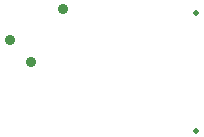
<source format=gbs>
G04 #@! TF.FileFunction,Soldermask,Bot*
%FSLAX46Y46*%
G04 Gerber Fmt 4.6, Leading zero omitted, Abs format (unit mm)*
G04 Created by KiCad (PCBNEW (after 2015-jan-16 BZR unknown)-product) date 11/03/2015 00:06:46*
%MOMM*%
G01*
G04 APERTURE LIST*
%ADD10C,0.150000*%
%ADD11C,0.900000*%
%ADD12C,0.500000*%
G04 APERTURE END LIST*
D10*
D11*
X94047038Y-40754936D03*
X89556910Y-43449013D03*
X91352962Y-45245064D03*
D12*
X105300000Y-41100000D03*
X105300000Y-51100000D03*
M02*

</source>
